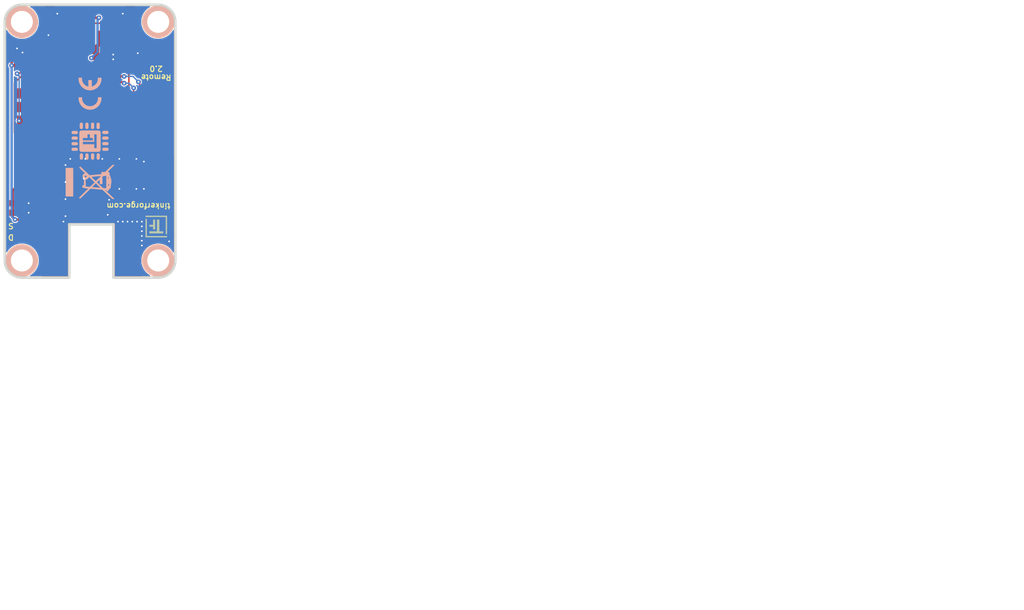
<source format=kicad_pcb>
(kicad_pcb (version 20221018) (generator pcbnew)
  (title_block (title "Remote Bricklet") (rev "2.0") (company "Tinkerforge GmbH") (comment 1 "Licensed under CERN OHL v.1.1") (comment 2 "Copyright (©) 2023, B.Nordmeyer <bastian@tinkerforge.com>"))
  (layers (0 "F.Cu" signal "Vorderseite") (31 "B.Cu" signal "Rückseite") (34 "B.Paste" user) (35 "F.Paste" user) (36 "B.SilkS" user "B.Silkscreen") (37 "F.SilkS" user "F.Silkscreen") (38 "B.Mask" user) (39 "F.Mask" user) (44 "Edge.Cuts" user))
  (net 0 "")
  (net 1 "GND")
  (net 2 "VCC")
  (net 3 "Net-(C1-Pad1)")
  (net 4 "Net-(D1-Pad2)")
  (net 5 "Net-(P1-Pad4)")
  (net 6 "Net-(P1-Pad5)")
  (net 7 "Net-(P1-Pad6)")
  (net 8 "Net-(P2-Pad2)")
  (net 9 "S-CS")
  (net 10 "S-CLK")
  (net 11 "S-MOSI")
  (net 12 "S-MISO")
  (net 13 "Net-(RP2-Pad1)")
  (net 14 "Net-(RP2-Pad2)")
  (net 15 "Net-(RP2-Pad3)")
  (net 16 "Net-(RP2-Pad4)")
  (net 17 "M-MISO")
  (net 18 "M-MOSI")
  (net 19 "M-CLK")
  (net 20 "M-CS")
  (net 21 "DIO1")
  (net 22 "DIO2")
  (net 23 "RESET")
  (net 24 "Net-(D2-Pad2)")
  (net 25 "Net-(RP3-Pad1)")
  (net 26 "Net-(RP3-Pad4)")
  (net 27 "Antenna")
  (net 28 "Net-(J1-Pad1)")
  (net 29 "Net-(P1-Pad1)")
  (net 30 "Net-(RP3-Pad2)")
  (net 31 "Net-(RP3-Pad3)")
  (net 32 "Net-(RP3-Pad6)")
  (net 33 "Net-(RP3-Pad7)")
  (net 34 "Net-(U1-Pad2)")
  (net 35 "Net-(U1-Pad3)")
  (net 36 "Net-(U1-Pad5)")
  (net 37 "Net-(U1-Pad6)")
  (net 38 "Net-(U1-Pad8)")
  (net 39 "Net-(U1-Pad14)")
  (net 40 "Net-(U1-Pad21)")
  (net 41 "Net-(U2-Pad10)")
  (net 42 "Net-(U2-Pad13)")
  (net 43 "Net-(U2-Pad14)")
  (net 44 "Net-(U2-Pad15)")
  (net 45 "Net-(U2-Pad1)")
  (footprint "kicad-libraries:DRILL_NP" (layer "F.Cu") (at 155.5 113.8 -90)
    (fp_text reference "U3" hide)
    (fp_text value "DRILL" hide)
    (pad "" np_thru_hole circle (at 0 0 270) (size 3.2 3.2) (drill 3.2) (layers "F&B.Cu" "*.Mask") (clearance 0.89))
  )
  (footprint "kicad-libraries:DRILL_NP" (layer "F.Cu") (at 135.5 78.8 -90)
    (fp_text reference "U4" hide)
    (fp_text value "DRILL" hide)
    (pad "" np_thru_hole circle (at 0 0 270) (size 3.2 3.2) (drill 3.2) (layers "F&B.Cu" "*.Mask") (clearance 0.89))
  )
  (footprint "kicad-libraries:DRILL_NP" (layer "F.Cu") (at 155.5 78.8 -90)
    (fp_text reference "U6" hide)
    (fp_text value "DRILL" hide)
    (pad "" np_thru_hole circle (at 0 0 270) (size 3.2 3.2) (drill 3.2) (layers "F&B.Cu" "*.Mask") (clearance 0.89))
  )
  (footprint "kicad-libraries:DRILL_NP" (layer "F.Cu") (at 135.5 113.8 -90)
    (fp_text reference "U5" hide)
    (fp_text value "DRILL" hide)
    (pad "" np_thru_hole circle (at 0 0 270) (size 3.2 3.2) (drill 3.2) (layers "F&B.Cu" "*.Mask") (clearance 0.89))
  )
  (footprint "Fiducial_Mark" (layer "F.Cu") (at 140.5 96.8 -90)
    (fp_text reference "Fiducial_Mark" hide)
    (fp_text value "VAL**" hide)
    (pad "1" smd circle (at 0 0 270) (size 1.00076 1.00076) (layers "F.Cu" "F.Mask") (clearance 0.65024))
  )
  (footprint "Fiducial_Mark" (layer "F.Cu") (at 155 83.3 -90)
    (fp_text reference "Fiducial_Mark" hide)
    (fp_text value "VAL**" hide)
    (pad "1" smd circle (at 0 0 270) (size 1.00076 1.00076) (layers "F.Cu" "F.Mask") (clearance 0.65024))
  )
  (footprint "Logo_31x31" (layer "F.Cu") (at 156.8 110.4 180)
    (fp_text reference "G***" hide)
    (fp_text value "Logo_31x31" hide)
  )
  (footprint "kicad-libraries:FT-004B" (layer "F.Cu") (at 145.7 116.3 180)
    (fp_text reference "ANT1")
    (fp_text value "ANT2")
    (pad "1" smd rect (at 0.01 10 180) (size 3 4) (layers "F.Cu" "F.Paste" "F.Mask") (net 27 "Antenna"))
    (pad "2" smd rect (at -5.27 3.99 180) (size 4 8) (layers "F.Cu" "F.Paste" "F.Mask") (net 1 "GND"))
    (pad "2" smd rect (at 5.25 3.99 180) (size 4 8) (layers "F.Cu" "F.Paste" "F.Mask") (net 1 "GND"))
  )
  (footprint "kicad-libraries:D0603F" (layer "F.Cu") (at 136.2 108.8)
    (fp_text reference "D1")
    (fp_text value "blue")
    (pad "1" smd rect (at -0.75 0) (size 0.9 0.9) (layers "F.Cu" "F.Paste" "F.Mask") (net 2 "VCC"))
    (pad "2" smd rect (at 0.75 0) (size 0.9 0.9) (layers "F.Cu" "F.Paste" "F.Mask") (net 4 "Net-(D1-Pad2)"))
  )
  (footprint "kicad-libraries:SolderJumper" (layer "F.Cu") (at 152.5 82.2 90)
    (fp_text reference "P2")
    (fp_text value "BOOT")
    (pad "1" smd rect (at -0.5 0 90) (size 0.4 1.4) (layers "F.Cu" "F.Mask") (net 1 "GND"))
    (pad "1" smd rect (at -0.225 -0.55 90) (size 0.95 0.3) (layers "F.Cu" "F.Mask") (net 1 "GND"))
    (pad "1" smd rect (at -0.225 0.55 90) (size 0.95 0.3) (layers "F.Cu" "F.Mask") (net 1 "GND"))
    (pad "2" smd rect (at 0.15 0 90) (size 0.6 0.5) (layers "F.Cu" "F.Mask") (net 8 "Net-(P2-Pad2)"))
    (pad "2" smd rect (at 0.55 0 90) (size 0.3 1.4) (layers "F.Cu" "F.Mask") (net 8 "Net-(P2-Pad2)"))
  )
  (footprint "kicad-libraries:QFN24-4x4mm-0.5mm" (layer "F.Cu") (at 138.5 85.1 -90)
    (fp_text reference "U1")
    (fp_text value "XMC1302-32")
    (pad "1" smd oval (at -2.025 -1.25 270) (size 1 0.3) (layers "F.Cu" "F.Paste" "F.Mask") (net 12 "S-MISO"))
    (pad "2" smd oval (at -2.025 -0.75 270) (size 1 0.3) (layers "F.Cu" "F.Paste" "F.Mask") (net 34 "Net-(U1-Pad2)"))
    (pad "3" smd oval (at -2.025 -0.25 270) (size 1 0.3) (layers "F.Cu" "F.Paste" "F.Mask") (net 35 "Net-(U1-Pad3)"))
    (pad "4" smd oval (at -2.025 0.25 270) (size 1 0.3) (layers "F.Cu" "F.Paste" "F.Mask") (net 8 "Net-(P2-Pad2)"))
    (pad "5" smd oval (at -2.025 0.75 270) (size 1 0.3) (layers "F.Cu" "F.Paste" "F.Mask") (net 36 "Net-(U1-Pad5)"))
    (pad "6" smd oval (at -2.025 1.25 270) (size 1 0.3) (layers "F.Cu" "F.Paste" "F.Mask") (net 37 "Net-(U1-Pad6)"))
    (pad "7" smd oval (at -1.25 2.025) (size 1 0.3) (layers "F.Cu" "F.Paste" "F.Mask") (net 28 "Net-(J1-Pad1)"))
    (pad "8" smd oval (at -0.75 2.025) (size 1 0.3) (layers "F.Cu" "F.Paste" "F.Mask") (net 38 "Net-(U1-Pad8)"))
    (pad "9" smd oval (at -0.25 2.025) (size 1 0.3) (layers "F.Cu" "F.Paste" "F.Mask") (net 1 "GND"))
    (pad "10" smd oval (at 0.25 2.025) (size 1 0.3) (layers "F.Cu" "F.Paste" "F.Mask") (net 2 "VCC"))
    (pad "11" smd oval (at 0.75 2.025) (size 1 0.3) (layers "F.Cu" "F.Paste" "F.Mask") (net 21 "DIO1"))
    (pad "12" smd oval (at 1.25 2.025) (size 1 0.3) (layers "F.Cu" "F.Paste" "F.Mask") (net 22 "DIO2"))
    (pad "13" smd oval (at 2.025 1.25 270) (size 1 0.3) (layers "F.Cu" "F.Paste" "F.Mask") (net 23 "RESET"))
    (pad "14" smd oval (at 2.025 0.75 270) (size 1 0.3) (layers "F.Cu" "F.Paste" "F.Mask") (net 39 "Net-(U1-Pad14)"))
    (pad "15" smd oval (at 2.025 0.25 270) (size 1 0.3) (layers "F.Cu" "F.Paste" "F.Mask") (net 25 "Net-(RP3-Pad1)"))
    (pad "16" smd oval (at 2.025 -0.25 270) (size 1 0.3) (layers "F.Cu" "F.Paste" "F.Mask") (net 26 "Net-(RP3-Pad4)"))
    (pad "17" smd oval (at 2.025 -0.75 270) (size 1 0.3) (layers "F.Cu" "F.Paste" "F.Mask") (net 17 "M-MISO"))
    (pad "18" smd oval (at 2.025 -1.25 270) (size 1 0.3) (layers "F.Cu" "F.Paste" "F.Mask") (net 18 "M-MOSI"))
    (pad "19" smd oval (at 1.25 -2.025) (size 1 0.3) (layers "F.Cu" "F.Paste" "F.Mask") (net 19 "M-CLK"))
    (pad "20" smd oval (at 0.75 -2.025) (size 1 0.3) (layers "F.Cu" "F.Paste" "F.Mask") (net 20 "M-CS"))
    (pad "21" smd oval (at 0.25 -2.025) (size 1 0.3) (layers "F.Cu" "F.Paste" "F.Mask") (net 40 "Net-(U1-Pad21)"))
    (pad "22" smd oval (at -0.25 -2.025) (size 1 0.3) (layers "F.Cu" "F.Paste" "F.Mask") (net 9 "S-CS"))
    (pad "23" smd oval (at -0.75 -2.025) (size 1 0.3) (layers "F.Cu" "F.Paste" "F.Mask") (net 10 "S-CLK"))
    (pad "24" smd oval (at -1.25 -2.025) (size 1 0.3) (layers "F.Cu" "F.Paste" "F.Mask") (net 11 "S-MOSI"))
    (pad "EXP" smd rect (at -0.65 -0.65 270) (size 1.3 1.3) (layers "F.Cu" "F.Paste" "F.Mask") (net 1 "GND"))
    (pad "EXP" smd rect (at -0.65 0.65 270) (size 1.3 1.3) (layers "F.Cu" "F.Paste" "F.Mask") (net 1 "GND"))
    (pad "EXP" smd rect (at 0.65 -0.65 270) (size 1.3 1.3) (layers "F.Cu" "F.Paste" "F.Mask") (net 1 "GND"))
    (pad "EXP" smd rect (at 0.65 0.65 270) (size 1.3 1.3) (layers "F.Cu" "F.Paste" "F.Mask") (net 1 "GND"))
  )
  (footprint "kicad-libraries:D0603F" (layer "F.Cu") (at 136.2 110.4)
    (fp_text reference "D2")
    (fp_text value "green")
    (pad "1" smd rect (at -0.75 0) (size 0.9 0.9) (layers "F.Cu" "F.Paste" "F.Mask") (net 2 "VCC"))
    (pad "2" smd rect (at 0.75 0) (size 0.9 0.9) (layers "F.Cu" "F.Paste" "F.Mask") (net 24 "Net-(D2-Pad2)"))
  )
  (footprint "kicad-libraries:RFM69HW" (layer "F.Cu") (at 145.9 96.3)
    (fp_text reference "U2")
    (fp_text value "RFM69HW")
    (pad "1" smd rect (at 9.5 -7 180) (size 3.2 1.5) (layers "F.Cu" "F.Paste" "F.Mask") (net 45 "Net-(U2-Pad1)"))
    (pad "2" smd rect (at 9.5 -5 180) (size 3.2 1.5) (layers "F.Cu" "F.Paste" "F.Mask") (net 13 "Net-(RP2-Pad1)"))
    (pad "3" smd rect (at 9.5 -3 180) (size 3.2 1.5) (layers "F.Cu" "F.Paste" "F.Mask") (net 15 "Net-(RP2-Pad3)"))
    (pad "4" smd rect (at 9.5 -1 180) (size 3.2 1.5) (layers "F.Cu" "F.Paste" "F.Mask") (net 16 "Net-(RP2-Pad4)"))
    (pad "5" smd rect (at 9.5 1 180) (size 3.2 1.5) (layers "F.Cu" "F.Paste" "F.Mask") (net 14 "Net-(RP2-Pad2)"))
    (pad "6" smd rect (at 9.5 3 180) (size 3.2 1.5) (layers "F.Cu" "F.Paste" "F.Mask") (net 1 "GND"))
    (pad "7" smd rect (at 9.5 5 180) (size 3.2 1.5) (layers "F.Cu" "F.Paste" "F.Mask") (net 27 "Antenna"))
    (pad "8" smd rect (at 9.5 7 180) (size 3.2 1.5) (layers "F.Cu" "F.Paste" "F.Mask") (net 1 "GND"))
    (pad "9" smd rect (at -9.5 -7) (size 3.2 1.5) (layers "F.Cu" "F.Paste" "F.Mask") (net 23 "RESET"))
    (pad "10" smd rect (at -9.5 -5) (size 3.2 1.5) (layers "F.Cu" "F.Paste" "F.Mask") (net 41 "Net-(U2-Pad10)"))
    (pad "11" smd rect (at -9.5 -3) (size 3.2 1.5) (layers "F.Cu" "F.Paste" "F.Mask") (net 21 "DIO1"))
    (pad "12" smd rect (at -9.5 -1) (size 3.2 1.5) (layers "F.Cu" "F.Paste" "F.Mask") (net 22 "DIO2"))
    (pad "13" smd rect (at -9.5 1) (size 3.2 1.5) (layers "F.Cu" "F.Paste" "F.Mask") (net 42 "Net-(U2-Pad13)"))
    (pad "14" smd rect (at -9.5 3) (size 3.2 1.5) (layers "F.Cu" "F.Paste" "F.Mask") (net 43 "Net-(U2-Pad14)"))
    (pad "15" smd rect (at -9.5 5) (size 3.2 1.5) (layers "F.Cu" "F.Paste" "F.Mask") (net 44 "Net-(U2-Pad15)"))
    (pad "16" smd rect (at -9.5 7) (size 3.2 1.5) (layers "F.Cu" "F.Paste" "F.Mask") (net 2 "VCC"))
  )
  (footprint "kicad-libraries:DEBUG_PAD" (layer "F.Cu") (at 136 82.4 -90)
    (fp_text reference "J1")
    (fp_text value "Debug")
    (pad "1" smd circle (at 0 0 270) (size 0.7 0.7) (layers "F.Cu" "F.Paste" "F.Mask") (net 28 "Net-(J1-Pad1)"))
  )
  (footprint "kicad-libraries:C0402F" (layer "F.Cu") (at 139.9 81.6 180)
    (fp_text reference "C1")
    (fp_text value "220pF")
    (pad "1" smd rect (at -0.5 0 180) (size 0.6 0.7) (layers "F.Cu" "F.Paste" "F.Mask") (net 3 "Net-(C1-Pad1)"))
    (pad "2" smd rect (at 0.5 0 180) (size 0.6 0.7) (layers "F.Cu" "F.Paste" "F.Mask") (net 1 "GND"))
  )
  (footprint "kicad-libraries:C0805" (layer "F.Cu") (at 147.3 82.9)
    (fp_text reference "C2")
    (fp_text value "10uF")
    (pad "1" smd rect (at -1.00076 0) (size 1.00076 1.24968) (layers "F.Cu" "F.Paste" "F.Mask") (net 2 "VCC") (clearance 0.14986))
    (pad "2" smd rect (at 1.00076 0) (size 1.00076 1.24968) (layers "F.Cu" "F.Paste" "F.Mask") (net 1 "GND") (clearance 0.14986))
  )
  (footprint "kicad-libraries:C0603F" (layer "F.Cu") (at 147.3 84.1)
    (fp_text reference "C3")
    (fp_text value "1uF")
    (pad "1" smd rect (at -0.75 0) (size 0.9 0.9) (layers "F.Cu" "F.Paste" "F.Mask") (net 2 "VCC"))
    (pad "2" smd rect (at 0.75 0) (size 0.9 0.9) (layers "F.Cu" "F.Paste" "F.Mask") (net 1 "GND"))
  )
  (footprint "kicad-libraries:C0603F" (layer "F.Cu") (at 134.8 84.4 90)
    (fp_text reference "C4")
    (fp_text value "100nF")
    (pad "1" smd rect (at -0.75 0 90) (size 0.9 0.9) (layers "F.Cu" "F.Paste" "F.Mask") (net 2 "VCC"))
    (pad "2" smd rect (at 0.75 0 90) (size 0.9 0.9) (layers "F.Cu" "F.Paste" "F.Mask") (net 1 "GND"))
  )
  (footprint "kicad-libraries:C0603F" (layer "F.Cu") (at 134.9 106.8 180)
    (fp_text reference "C5")
    (fp_text value "1µF")
    (pad "1" smd rect (at -0.75 0 180) (size 0.9 0.9) (layers "F.Cu" "F.Paste" "F.Mask") (net 1 "GND"))
    (pad "2" smd rect (at 0.75 0 180) (size 0.9 0.9) (layers "F.Cu" "F.Paste" "F.Mask") (net 2 "VCC"))
  )
  (footprint "kicad-libraries:C0603F" (layer "F.Cu") (at 134.9 105.4 180)
    (fp_text reference "C6")
    (fp_text value "100nF")
    (pad "1" smd rect (at -0.75 0 180) (size 0.9 0.9) (layers "F.Cu" "F.Paste" "F.Mask") (net 1 "GND"))
    (pad "2" smd rect (at 0.75 0 180) (size 0.9 0.9) (layers "F.Cu" "F.Paste" "F.Mask") (net 2 "VCC"))
  )
  (footprint "kicad-libraries:CON-SENSOR2" (layer "F.Cu") (at 145.5 76.4 180)
    (fp_text reference "P1")
    (fp_text value "CON-SENSOR2")
    (pad "1" smd rect (at -3.75 -4.6 180) (size 0.6 1.8) (layers "F.Cu" "F.Paste" "F.Mask") (net 29 "Net-(P1-Pad1)"))
    (pad "2" smd rect (at -2.5 -4.6 180) (size 0.6 1.8) (layers "F.Cu" "F.Paste" "F.Mask") (net 1 "GND"))
    (pad "3" smd rect (at -1.25 -4.6 180) (size 0.6 1.8) (layers "F.Cu" "F.Paste" "F.Mask") (net 2 "VCC"))
    (pad "4" smd rect (at 0 -4.6 180) (size 0.6 1.8) (layers "F.Cu" "F.Paste" "F.Mask") (net 5 "Net-(P1-Pad4)"))
    (pad "5" smd rect (at 1.25 -4.6 180) (size 0.6 1.8) (layers "F.Cu" "F.Paste" "F.Mask") (net 6 "Net-(P1-Pad5)"))
    (pad "6" smd rect (at 2.5 -4.6 180) (size 0.6 1.8) (layers "F.Cu" "F.Paste" "F.Mask") (net 7 "Net-(P1-Pad6)"))
    (pad "7" smd rect (at 3.75 -4.6 180) (size 0.6 1.8) (layers "F.Cu" "F.Paste" "F.Mask") (net 3 "Net-(C1-Pad1)"))
    (pad "EP" smd rect (at -5.9 -1.2 180) (size 1.4 2.4) (layers "F.Cu" "F.Paste" "F.Mask") (net 1 "GND"))
    (pad "EP" smd rect (at 5.9 -1.2 180) (size 1.4 2.4) (layers "F.Cu" "F.Paste" "F.Mask") (net 1 "GND"))
  )
  (footprint "kicad-libraries:4X0402" (layer "F.Cu") (at 143.6 83.7 180)
    (fp_text reference "RP1")
    (fp_text value "82")
    (pad "1" smd rect (at -0.7493 0.575) (size 0.29972 0.65) (layers "F.Cu" "F.Paste" "F.Mask") (net 5 "Net-(P1-Pad4)"))
    (pad "2" smd rect (at -0.24892 0.575) (size 0.29972 0.65) (layers "F.Cu" "F.Paste" "F.Mask") (net 6 "Net-(P1-Pad5)"))
    (pad "3" smd rect (at 0.24892 0.575) (size 0.29972 0.65) (layers "F.Cu" "F.Paste" "F.Mask") (net 7 "Net-(P1-Pad6)"))
    (pad "4" smd rect (at 0.7493 0.575) (size 0.29972 0.65) (layers "F.Cu" "F.Paste" "F.Mask") (net 3 "Net-(C1-Pad1)"))
    (pad "5" smd rect (at 0.7493 -0.575 180) (size 0.29972 0.65) (layers "F.Cu" "F.Paste" "F.Mask") (net 12 "S-MISO"))
    (pad "6" smd rect (at 0.24892 -0.575 180) (size 0.29972 0.65) (layers "F.Cu" "F.Paste" "F.Mask") (net 11 "S-MOSI"))
    (pad "7" smd rect (at -0.24892 -0.575 180) (size 0.29972 0.65) (layers "F.Cu" "F.Paste" "F.Mask") (net 10 "S-CLK"))
    (pad "8" smd rect (at -0.7493 -0.575 180) (size 0.29972 0.65) (layers "F.Cu" "F.Paste" "F.Mask") (net 9 "S-CS"))
  )
  (footprint "kicad-libraries:4X0603" (layer "F.Cu") (at 148.8 86.4 -90)
    (fp_text reference "RP2")
    (fp_text value "220")
    (pad "1" smd rect (at -1.19888 -0.8509 270) (size 0.44958 0.89916) (layers "F.Cu" "F.Paste" "F.Mask") (net 13 "Net-(RP2-Pad1)"))
    (pad "2" smd rect (at -0.39878 -0.8509 270) (size 0.44958 0.89916) (layers "F.Cu" "F.Paste" "F.Mask") (net 14 "Net-(RP2-Pad2)"))
    (pad "3" smd rect (at 0.39878 -0.8509 270) (size 0.44958 0.89916) (layers "F.Cu" "F.Paste" "F.Mask") (net 15 "Net-(RP2-Pad3)"))
    (pad "4" smd rect (at 1.19888 -0.8509 270) (size 0.44958 0.89916) (layers "F.Cu" "F.Paste" "F.Mask") (net 16 "Net-(RP2-Pad4)"))
    (pad "5" smd rect (at 1.19888 0.8509 270) (size 0.44958 0.89916) (layers "F.Cu" "F.Paste" "F.Mask") (net 17 "M-MISO"))
    (pad "6" smd rect (at 0.39878 0.8509 270) (size 0.44958 0.89916) (layers "F.Cu" "F.Paste" "F.Mask") (net 18 "M-MOSI"))
    (pad "7" smd rect (at -0.39878 0.8509 270) (size 0.44958 0.89916) (layers "F.Cu" "F.Paste" "F.Mask") (net 19 "M-CLK"))
    (pad "8" smd rect (at -1.19888 0.8509 270) (size 0.44958 0.89916) (layers "F.Cu" "F.Paste" "F.Mask") (net 20 "M-CS"))
  )
  (footprint "kicad-libraries:4X0603" (layer "F.Cu") (at 139.5 106)
    (fp_text reference "RP3")
    (fp_text value "1k")
    (pad "1" smd rect (at -1.19888 -0.8509) (size 0.44958 0.89916) (layers "F.Cu" "F.Paste" "F.Mask") (net 25 "Net-(RP3-Pad1)"))
    (pad "2" smd rect (at -0.39878 -0.8509) (size 0.44958 0.89916) (layers "F.Cu" "F.Paste" "F.Mask") (net 30 "Net-(RP3-Pad2)"))
    (pad "3" smd rect (at 0.39878 -0.8509) (size 0.44958 0.89916) (layers "F.Cu" "F.Paste" "F.Mask") (net 31 "Net-(RP3-Pad3)"))
    (pad "4" smd rect (at 1.19888 -0.8509) (size 0.44958 0.89916) (layers "F.Cu" "F.Paste" "F.Mask") (net 26 "Net-(RP3-Pad4)"))
    (pad "5" smd rect (at 1.19888 0.8509) (size 0.44958 0.89916) (layers "F.Cu" "F.Paste" "F.Mask") (net 24 "Net-(D2-Pad2)"))
    (pad "6" smd rect (at 0.39878 0.8509) (size 0.44958 0.89916) (layers "F.Cu" "F.Paste" "F.Mask") (net 32 "Net-(RP3-Pad6)"))
    (pad "7" smd rect (at -0.39878 0.8509) (size 0.44958 0.89916) (layers "F.Cu" "F.Paste" "F.Mask") (net 33 "Net-(RP3-Pad7)"))
    (pad "8" smd rect (at -1.19888 0.8509) (size 0.44958 0.89916) (layers "F.Cu" "F.Paste" "F.Mask") (net 4 "Net-(D1-Pad2)"))
  )
  (footprint "kicad-libraries:CE_5mm" (layer "B.Cu") (at 145.5 89.3 90)
    (fp_text reference "VAL" hide)
    (fp_text value "CE_5mm" hide)
  )
  (footprint "kicad-libraries:WEEE_7mm" (layer "B.Cu") (at 145.5 102.3 90)
    (fp_text reference "VAL" hide)
    (fp_text value "WEEE_7mm" hide)
  )
  (footprint "kicad-libraries:Logo_CoMCU" (layer "B.Cu") (at 145.5 96.3 90)
    (fp_text reference "G***" hide)
    (fp_text value "LOGO" hide)
  )
  (gr_line (start 158 78.8) (end 158 113.8) (stroke (width 0.381)) (layer "Edge.Cuts"))
  (gr_arc (start 133 78.8) (mid 133.732233 77.032233) (end 135.5 76.3) (stroke (width 0.381)) (layer "Edge.Cuts"))
  (gr_line (start 155.5 116.3) (end 148.95 116.3) (stroke (width 0.381)) (layer "Edge.Cuts"))
  (gr_line (start 148.95 116.3) (end 148.95 108.5) (stroke (width 0.381)) (layer "Edge.Cuts"))
  (gr_arc (start 158 113.8) (mid 157.267767 115.567767) (end 155.5 116.3) (stroke (width 0.381)) (layer "Edge.Cuts"))
  (gr_arc (start 135.5 116.3) (mid 133.732233 115.567767) (end 133 113.8) (stroke (width 0.381)) (layer "Edge.Cuts"))
  (gr_line (start 142.45 116.3) (end 135.5 116.3) (stroke (width 0.381)) (layer "Edge.Cuts"))
  (gr_line (start 148.95 108.5) (end 142.45 108.5) (stroke (width 0.381)) (layer "Edge.Cuts"))
  (gr_arc (start 155.5 76.3) (mid 157.267767 77.032233) (end 158 78.8) (stroke (width 0.381)) (layer "Edge.Cuts"))
  (gr_line (start 142.45 108.5) (end 142.45 116.3) (stroke (width 0.381)) (layer "Edge.Cuts"))
  (gr_line (start 155.5 76.3) (end 135.5 76.3) (stroke (width 0.381)) (layer "Edge.Cuts"))
  (gr_line (start 133 78.8) (end 133 113.8) (stroke (width 0.381)) (layer "Edge.Cuts"))
  (gr_text "tinkerforge.com" (at 152.6 105.8 180) (layer "F.SilkS") (effects (font (size 0.8 0.8))))
  (gr_text "S" (at 133.9 108.8) (layer "F.SilkS") (effects (font (size 0.8 0.8))))
  (gr_text "Remote\n2.0" (at 155.2 86.3 180) (layer "F.SilkS") (effects (font (size 0.8 0.8))))
  (gr_text "D" (at 133.9 110.4 180) (layer "F.SilkS") (effects (font (size 0.8 0.8))))
  (segment (start 148.05 81.05) (end 148 81) (width 0.35) (layer "F.Cu") (net 1))
  (segment (start 148.7 84.1) (end 148.9 84.3) (width 0.59944) (layer "F.Cu") (net 1))
  (segment (start 148.4 84.1) (end 148.9 83.6) (width 0.59944) (layer "F.Cu") (net 1))
  (segment (start 135.75 84.85) (end 135.6 84.7) (width 0.2) (layer "F.Cu") (net 1))
  (segment (start 135.6 84.7) (end 135.6 84.4) (width 0.2) (layer "F.Cu") (net 1))
  (segment (start 135.6 84.4) (end 135.05 83.85) (width 0.2) (layer "F.Cu") (net 1))
  (segment (start 135.05 83.85) (end 134.7 83.85) (width 0.2) (layer "F.Cu") (net 1))
  (segment (start 135.25 83.65) (end 135.6 83.3) (width 0.35) (layer "F.Cu") (net 1))
  (segment (start 137.45 84.85) (end 137.85 84.45) (width 0.25) (layer "F.Cu") (net 1))
  (segment (start 141.6 108.1) (end 140.7 109) (width 0.8001) (layer "F.Cu") (net 1))
  (segment (start 141.7 108.1) (end 141.9 107.9) (width 0.8001) (layer "F.Cu") (net 1))
  (segment (start 141.9 107.9) (end 141.9 107.3) (width 0.8001) (layer "F.Cu") (net 1))
  (segment (start 141.9 104.8) (end 141.9 102.3) (width 0.8001) (layer "F.Cu") (net 1))
  (segment (start 152.7 99.3) (end 152.3 98.9) (width 0.8001) (layer "F.Cu") (net 1))
  (segment (start 149.8 98.9) (end 147.3 98.9) (width 0.8001) (layer "F.Cu") (net 1))
  (segment (start 144.8 98.9) (end 142.6 98.9) (width 0.8001) (layer "F.Cu") (net 1))
  (segment (start 149.8 103.3) (end 148.3 104.8) (width 0.8001) (layer "F.Cu") (net 1))
  (segment (start 148.3 104.8) (end 148.3 104.9) (width 0.8001) (layer "F.Cu") (net 1))
  (segment (start 157 110.9) (end 157.1 111) (width 0.8001) (layer "F.Cu") (net 1))
  (segment (start 153.05 82.55) (end 152.9 82.7) (width 0.2) (layer "F.Cu") (net 1))
  (segment (start 152.9 82.7) (end 152.5 82.7) (width 0.2) (layer "F.Cu") (net 1))
  (segment (start 151.95 82.55) (end 152.1 82.7) (width 0.2) (layer "F.Cu") (net 1))
  (segment (start 152.1 82.7) (end 152.5 82.7) (width 0.2) (layer "F.Cu") (net 1))
  (segment (start 134.8 83.65) (end 135.25 83.65) (width 0.35) (layer "F.Cu") (net 1))
  (segment (start 151.4 77.6) (end 150.3 77.6) (width 0.59944) (layer "F.Cu") (net 1))
  (segment (start 136.475 84.85) (end 137.45 84.85) (width 0.25) (layer "F.Cu") (net 1))
  (segment (start 135.65 106.8) (end 136.5 106.8) (width 0.35) (layer "F.Cu") (net 1))
  (segment (start 151.7 108.1) (end 152.4 108.1) (width 0.8001) (layer "F.Cu") (net 1))
  (segment (start 153.1 108.1) (end 153.1 108.8) (width 0.8001) (layer "F.Cu") (net 1))
  (segment (start 153.1 110.9) (end 157 110.9) (width 0.8001) (layer "F.Cu") (net 1))
  (segment (start 153.4 103.3) (end 152.3 103.3) (width 0.8001) (layer "F.Cu") (net 1))
  (segment (start 153.1 109.5) (end 153.1 110.2) (width 0.8001) (layer "F.Cu") (net 1))
  (segment (start 151 108.1) (end 151.7 108.1) (width 0.8001) (layer "F.Cu") (net 1))
  (segment (start 153.4 99.3) (end 152.7 99.3) (width 0.8001) (layer "F.Cu") (net 1))
  (segment (start 148.05 84.1) (end 148.05 82.9) (width 0.59944) (layer "F.Cu") (net 1))
  (segment (start 136.475 84.85) (end 135.75 84.85) (width 0.2) (layer "F.Cu") (net 1))
  (segment (start 148.05 84.1) (end 148.7 84.1) (width 0.59944) (layer "F.Cu") (net 1))
  (segment (start 152.5 82.7) (end 152.5 83.4) (width 0.2) (layer "F.Cu") (net 1))
  (segment (start 135.65 105.4) (end 136.5 105.4) (width 0.35) (layer "F.Cu") (net 1))
  (segment (start 139.15 84.45) (end 139.15 85.75) (width 0.25) (layer "F.Cu") (net 1))
  (segment (start 134.8 83.65) (end 134.8 82.7) (width 0.35) (layer "F.Cu") (net 1))
  (segment (start 139.4 81.6) (end 139.4 80.75) (width 0.35) (layer "F.Cu") (net 1))
  (segment (start 148.05 82.9) (end 148.05 81.05) (width 0.59944) (layer "F.Cu") (net 1))
  (segment (start 153.05 82.425) (end 153.05 82.55) (width 0.2) (layer "F.Cu") (net 1))
  (segment (start 141.6 108.1) (end 141.7 108.1) (width 0.8001) (layer "F.Cu") (net 1))
  (segment (start 153.1 108.8) (end 153.1 109.5) (width 0.8001) (layer "F.Cu") (net 1))
  (segment (start 148.05 84.1) (end 148.4 84.1) (width 0.35) (layer "F.Cu") (net 1))
  (segment (start 155.4 99.3) (end 153.4 99.3) (width 0.8001) (layer "F.Cu") (net 1))
  (segment (start 149.6 108.1) (end 150.3 108.1) (width 0.8001) (layer "F.Cu") (net 1))
  (segment (start 150.3 108.1) (end 151 108.1) (width 0.8001) (layer "F.Cu") (net 1))
  (segment (start 152.4 108.1) (end 153.1 108.1) (width 0.8001) (layer "F.Cu") (net 1))
  (segment (start 140.7 112.3) (end 140.7 109) (width 0.8001) (layer "F.Cu") (net 1))
  (segment (start 153.1 110.2) (end 153.1 110.9) (width 0.8001) (layer "F.Cu") (net 1))
  (segment (start 155.4 103.3) (end 153.4 103.3) (width 0.8001) (layer "F.Cu") (net 1))
  (segment (start 151.95 82.425) (end 151.95 82.55) (width 0.2) (layer "F.Cu") (net 1))
  (segment (start 137.85 84.45) (end 139.15 84.45) (width 0.25) (layer "F.Cu") (net 1))
  (segment (start 139.15 85.75) (end 137.85 85.75) (width 0.25) (layer "F.Cu") (net 1))
  (segment (start 139.6 77.6) (end 140.7 77.6) (width 0.59944) (layer "F.Cu") (net 1))
  (segment (start 153.1 110.9) (end 153.1 111.6) (width 0.8001) (layer "F.Cu") (net 1))
  (via (at 141.9 99.8) (size 0.70104) (drill 0.24892) (layers "F.Cu" "B.Cu") (net 1))
  (via (at 153.1 109.5) (size 0.70104) (drill 0.24892) (layers "F.Cu" "B.Cu") (net 1))
  (via (at 148.3 104.9) (size 0.70104) (drill 0.24892) (layers "F.Cu" "B.Cu") (net 1))
  (via (at 148.1 107.1) (size 0.70104) (drill 0.24892) (layers "F.Cu" "B.Cu") (net 1))
  (via (at 152.3 98.9) (size 0.70104) (drill 0.24892) (layers "F.Cu" "B.Cu") (net 1))
  (via (at 136.5 105.4) (size 0.70104) (drill 0.24892) (layers "F.Cu" "B.Cu") (net 1))
  (via (at 149.8 103.3) (size 0.70104) (drill 0.24892) (layers "F.Cu" "B.Cu") (net 1))
  (via (at 152.4 108.1) (size 0.70104) (drill 0.24892) (layers "F.Cu" "B.Cu") (net 1))
  (via (at 141.6 108.1) (size 0.70104) (drill 0.24892) (layers "F.Cu" "B.Cu") (net 1))
  (via (at 139.4 80.75) (size 0.70104) (drill 0.24892) (layers "F.Cu" "B.Cu") (net 1))
  (via (at 142.6 98.9) (size 0.70104) (drill 0.24892) (layers "F.Cu" "B.Cu") (net 1))
  (via (at 140.7 77.6) (size 0.70104) (drill 0.24892) (layers "F.Cu" "B.Cu") (net 1))
  (via (at 144.8 98.9) (size 0.70104) (drill 0.24892) (layers "F.Cu" "B.Cu") (net 1))
  (via (at 152.5 83.4) (size 0.70104) (drill 0.24892) (layers "F.Cu" "B.Cu") (net 1))
  (via (at 136.5 106.8) (size 0.70104) (drill 0.24892) (layers "F.Cu" "B.Cu") (net 1))
  (via (at 141.9 104.8) (size 0.70104) (drill 0.24892) (layers "F.Cu" "B.Cu") (net 1))
  (via (at 157.1 111) (size 0.70104) (drill 0.24892) (layers "F.Cu" "B.Cu") (net 1))
  (via (at 153.1 108.1) (size 0.70104) (drill 0.24892) (layers "F.Cu" "B.Cu") (net 1))
  (via (at 149.6 108.1) (size 0.70104) (drill 0.24892) (layers "F.Cu" "B.Cu") (net 1))
  (via (at 148.9 84.3) (size 0.70104) (drill 0.24892) (layers "F.Cu" "B.Cu") (net 1))
  (via (at 153.4 99.3) (size 0.70104) (drill 0.24892) (layers "F.Cu" "B.Cu") (net 1))
  (via (at 152.3 103.3) (size 0.70104) (drill 0.24892) (layers "F.Cu" "B.Cu") (net 1))
  (via (at 151.7 108.1) (size 0.70104) (drill 0.24892) (layers "F.Cu" "B.Cu") (net 1))
  (via (at 141.9 102.3) (size 0.70104) (drill 0.24892) (layers "F.Cu" "B.Cu") (net 1))
  (via (at 150.3 77.6) (size 0.70104) (drill 0.24892) (layers "F.Cu" "B.Cu") (net 1))
  (via (at 148.9 83.6) (size 0.70104) (drill 0.24892) (layers "F.Cu" "B.Cu") (net 1))
  (via (at 141.9 107.3) (size 0.70104) (drill 0.24892) (layers "F.Cu" "B.Cu") (net 1))
  (via (at 147.3 98.9) (size 0.70104) (drill 0.24892) (layers "F.Cu" "B.Cu") (net 1))
  (via (at 153.1 108.8) (size 0.70104) (drill 0.24892) (layers "F.Cu" "B.Cu") (net 1))
  (via (at 135.6 83.3) (size 0.70104) (drill 0.24892) (layers "F.Cu" "B.Cu") (net 1))
  (via (at 153.1 110.2) (size 0.70104) (drill 0.24892) (layers "F.Cu" "B.Cu") (net 1))
  (via (at 153.1 110.9) (size 0.70104) (drill 0.24892) (layers "F.Cu" "B.Cu") (net 1))
  (via (at 153.1 111.6) (size 0.70104) (drill 0.24892) (layers "F.Cu" "B.Cu") (net 1))
  (via (at 149.8 98.9) (size 0.70104) (drill 0.24892) (layers "F.Cu" "B.Cu") (net 1))
  (via (at 150.3 108.1) (size 0.70104) (drill 0.24892) (layers "F.Cu" "B.Cu") (net 1))
  (via (at 153.4 103.3) (size 0.70104) (drill 0.24892) (layers "F.Cu" "B.Cu") (net 1))
  (via (at 151 108.1) (size 0.70104) (drill 0.24892) (layers "F.Cu" "B.Cu") (net 1))
  (via (at 144.6 101.8) (size 0.70104) (drill 0.24892) (layers "F.Cu" "B.Cu") (net 1))
  (via (at 134.8 82.7) (size 0.70104) (drill 0.24892) (layers "F.Cu" "B.Cu") (net 1))
  (segment (start 141.9 107.3) (end 141.9 104.8) (width 0.8001) (layer "B.Cu") (net 1))
  (segment (start 141.9 102.3) (end 141.9 99.8) (width 0.8001) (layer "B.Cu") (net 1))
  (segment (start 152.3 98.9) (end 149.8 98.9) (width 0.8001) (layer "B.Cu") (net 1))
  (segment (start 147.3 98.9) (end 144.8 98.9) (width 0.8001) (layer "B.Cu") (net 1))
  (segment (start 152.3 103.3) (end 149.8 103.3) (width 0.8001) (layer "B.Cu") (net 1))
  (segment (start 148.3 104.9) (end 148.1 105.1) (width 0.8001) (layer "B.Cu") (net 1))
  (segment (start 148.1 105.1) (end 148.1 107.1) (width 0.8001) (layer "B.Cu") (net 1))
  (segment (start 142.6 99.8) (end 144.6 101.8) (width 0.8001) (layer "B.Cu") (net 1))
  (segment (start 141.9 99.8) (end 142.6 99.8) (width 0.8001) (layer "B.Cu") (net 1))
  (segment (start 146.75 82.15) (end 146.55 82.35) (width 0.59944) (layer "F.Cu") (net 2))
  (segment (start 146.55 82.35) (end 146.55 82.9) (width 0.59944) (layer "F.Cu") (net 2))
  (segment (start 134.15 103.55) (end 134.4 103.3) (width 0.35) (layer "F.Cu") (net 2))
  (segment (start 134.4 103.3) (end 136.4 103.3) (width 0.35) (layer "F.Cu") (net 2))
  (segment (start 134.15 107.45) (end 134.5 107.8) (width 0.35) (layer "F.Cu") (net 2))
  (segment (start 135.45 108.05) (end 135.2 107.8) (width 0.35) (layer "F.Cu") (net 2))
  (segment (start 135.2 107.8) (end 134.5 107.8) (width 0.35) (layer "F.Cu") (net 2))
  (segment (start 134 82.2) (end 134.6 81.6) (width 0.35) (layer "F.Cu") (net 2))
  (segment (start 134.6 81.6) (end 136.7 81.6) (width 0.35) (layer "F.Cu") (net 2))
  (segment (start 136.7 81.6) (end 138.9 79.4) (width 0.35) (layer "F.Cu") (net 2))
  (segment (start 138.9 79.4) (end 140.6 79.4) (width 0.35) (layer "F.Cu") (net 2))
  (segment (start 140.6 79.4) (end 141.8 78.2) (width 0.35) (layer "F.Cu") (net 2))
  (segment (start 141.8 78.2) (end 146.8 78.2) (width 0.35) (layer "F.Cu") (net 2))
  (segment (start 145.7 84.1) (end 146.55 84.1) (width 0.59944) (layer "F.Cu") (net 2))
  (segment (start 135.35 85.35) (end 134.7 85.35) (width 0.2) (layer "F.Cu") (net 2))
  (segment (start 134.05 85.15) (end 134 85.2) (width 0.35) (layer "F.Cu") (net 2))
  (segment (start 146.75 81) (end 146.75 82.15) (width 0.59944) (layer "F.Cu") (net 2))
  (segment (start 136.475 85.35) (end 135.35 85.35) (width 0.2) (layer "F.Cu") (net 2))
  (segment (start 134.15 107.45) (end 134.15 106.8) (width 0.35) (layer "F.Cu") (net 2))
  (segment (start 146.55 82.9) (end 146.55 84.1) (width 0.59944) (layer "F.Cu") (net 2))
  (segment (start 134.15 105.4) (end 134.15 103.55) (width 0.35) (layer "F.Cu") (net 2))
  (segment (start 135.45 110.4) (end 135.45 108.8) (width 0.35) (layer "F.Cu") (net 2))
  (segment (start 134 85.2) (end 134 82.2) (width 0.35) (layer "F.Cu") (net 2))
  (segment (start 134.15 106.8) (end 134.15 105.4) (width 0.35) (layer "F.Cu") (net 2))
  (segment (start 134.8 85.15) (end 134.05 85.15) (width 0.35) (layer "F.Cu") (net 2))
  (segment (start 135.45 108.8) (end 135.45 108.05) (width 0.35) (layer "F.Cu") (net 2))
  (via (at 145.7 84.1) (size 0.70104) (drill 0.24892) (layers "F.Cu" "B.Cu") (net 2))
  (via (at 134.5 107.8) (size 0.70104) (drill 0.24892) (layers "F.Cu" "B.Cu") (net 2))
  (via (at 146.8 78.2) (size 0.70104) (drill 0.24892) (layers "F.Cu" "B.Cu") (net 2))
  (via (at 134 85.2) (size 0.70104) (drill 0.24892) (layers "F.Cu" "B.Cu") (net 2))
  (segment (start 146.8 78.2) (end 146.6 78.4) (width 0.35) (layer "B.Cu") (net 2))
  (segment (start 146.6 78.4) (end 146.6 83.2) (width 0.35) (layer "B.Cu") (net 2))
  (segment (start 146.6 83.2) (end 145.7 84.1) (width 0.35) (layer "B.Cu") (net 2))
  (segment (start 134 107.3) (end 134.5 107.8) (width 0.35) (layer "B.Cu") (net 2))
  (segment (start 134 85.2) (end 134 107.3) (width 0.35) (layer "B.Cu") (net 2))
  (segment (start 142.8507 82.9507) (end 142.3 82.4) (width 0.2) (layer "F.Cu") (net 3))
  (segment (start 142.3 82.4) (end 141 82.4) (width 0.2) (layer "F.Cu") (net 3))
  (segment (start 141 82.4) (end 140.55 81.95) (width 0.2) (layer "F.Cu") (net 3))
  (segment (start 140.55 81.95) (end 140.55 81.6) (width 0.2) (layer "F.Cu") (net 3))
  (segment (start 141.7 81) (end 141.1 81.6) (width 0.2) (layer "F.Cu") (net 3))
  (segment (start 141.1 81.6) (end 140.55 81.6) (width 0.2) (layer "F.Cu") (net 3))
  (segment (start 142.8507 83.125) (end 142.8507 82.9507) (width 0.2) (layer "F.Cu") (net 3))
  (segment (start 141.75 81) (end 141.7 81) (width 0.2) (layer "F.Cu") (net 3))
  (segment (start 136.95 108.65) (end 138.30112 107.29888) (width 0.2) (layer "F.Cu") (net 4))
  (segment (start 138.30112 107.29888) (end 138.30112 106.8509) (width 0.2) (layer "F.Cu") (net 4))
  (segment (start 136.95 108.8) (end 136.95 108.65) (width 0.2) (layer "F.Cu") (net 4))
  (segment (start 145.5 81.7) (end 144.3493 82.8507) (width 0.2) (layer "F.Cu") (net 5))
  (segment (start 144.3493 82.8507) (end 144.3493 83.125) (width 0.2) (layer "F.Cu") (net 5))
  (segment (start 145.5 81) (end 145.5 81.7) (width 0.2) (layer "F.Cu") (net 5))
  (segment (start 143.84892 82.55108) (end 144.25 82.15) (width 0.2) (layer "F.Cu") (net 6))
  (segment (start 144.25 82.15) (end 144.25 81) (width 0.2) (layer "F.Cu") (net 6))
  (segment (start 143.84892 83.125) (end 143.84892 82.55108) (width 0.2) (layer "F.Cu") (net 6))
  (segment (start 143.35108 82.65108) (end 143 82.3) (width 0.2) (layer "F.Cu") (net 7))
  (segment (start 143 82.3) (end 143 81) (width 0.2) (layer "F.Cu") (net 7))
  (segment (start 143.35108 83.125) (end 143.35108 82.65108) (width 0.2) (layer "F.Cu") (net 7))
  (segment (start 138.25 81.05) (end 139.2 80.1) (width 0.2) (layer "F.Cu") (net 8))
  (segment (start 139.2 80.1) (end 140.8 80.1) (width 0.2) (layer "F.Cu") (net 8))
  (segment (start 140.8 80.1) (end 141.9 79) (width 0.2) (layer "F.Cu") (net 8))
  (segment (start 141.9 79) (end 149.8 79) (width 0.2) (layer "F.Cu") (net 8))
  (segment (start 149.8 79) (end 150.8 80) (width 0.2) (layer "F.Cu") (net 8))
  (segment (start 150.8 80) (end 151.9 80) (width 0.2) (layer "F.Cu") (net 8))
  (segment (start 151.9 80) (end 152.5 80.6) (width 0.2) (layer "F.Cu") (net 8))
  (segment (start 152.5 80.6) (end 152.5 81.65) (width 0.2) (layer "F.Cu") (net 8))
  (segment (start 138.25 83.075) (end 138.25 81.05) (width 0.2) (layer "F.Cu") (net 8))
  (segment (start 152.5 81.65) (end 152.5 82.05) (width 0.2) (layer "F.Cu") (net 8))
  (segment (start 141.05 84.85) (end 142.3 86.1) (width 0.2) (layer "F.Cu") (net 9))
  (segment (start 142.3 86.1) (end 143.5 86.1) (width 0.2) (layer "F.Cu") (net 9))
  (segment (start 143.5 86.1) (end 144.3493 85.2507) (width 0.2) (layer "F.Cu") (net 9))
  (segment (start 144.3493 85.2507) (end 144.3493 84.275) (width 0.2) (layer "F.Cu") (net 9))
  (segment (start 140.525 84.85) (end 141.05 84.85) (width 0.2) (layer "F.Cu") (net 9))
  (segment (start 141.25 84.35) (end 142.5 85.6) (width 0.2) (layer "F.Cu") (net 10))
  (segment (start 142.5 85.6) (end 143.2 85.6) (width 0.2) (layer "F.Cu") (net 10))
  (segment (start 143.2 85.6) (end 143.84892 84.95108) (width 0.2) (layer "F.Cu") (net 10))
  (segment (start 143.84892 84.95108) (end 143.84892 84.275) (width 0.2) (layer "F.Cu") (net 10))
  (segment (start 140.525 84.35) (end 141.25 84.35) (width 0.2) (layer "F.Cu") (net 10))
  (segment (start 141.45 83.85) (end 142.7 85.1) (width 0.2) (layer "F.Cu") (net 11))
  (segment (start 142.7 85.1) (end 143.1 85.1) (width 0.2) (layer "F.Cu") (net 11))
  (segment (start 143.1 85.1) (end 143.35108 84.84892) (width 0.2) (layer "F.Cu") (net 11))
  (segment (start 143.35108 84.84892) (end 143.35108 84.275) (width 0.2) (layer "F.Cu") (net 11))
  (segment (start 140.525 83.85) (end 141.45 83.85) (width 0.2) (layer "F.Cu") (net 11))
  (segment (start 141.475 83.075) (end 142.675 84.275) (width 0.2) (layer "F.Cu") (net 12))
  (segment (start 142.675 84.275) (end 142.8507 84.275) (width 0.2) (layer "F.Cu") (net 12))
  (segment (start 139.75 83.075) (end 141.475 83.075) (width 0.2) (layer "F.Cu") (net 12))
  (segment (start 154.1 91.3) (end 153.3 90.5) (width 0.2) (layer "F.Cu") (net 13))
  (segment (start 153.3 90.5) (end 153.3 87.2) (width 0.2) (layer "F.Cu") (net 13))
  (segment (start 153.3 87.2) (end 151.30112 85.20112) (width 0.2) (layer "F.Cu") (net 13))
  (segment (start 151.30112 85.20112) (end 149.6509 85.20112) (width 0.2) (layer "F.Cu") (net 13))
  (segment (start 155.4 91.3) (end 154.1 91.3) (width 0.2) (layer "F.Cu") (net 13))
  (segment (start 154.3 97.3) (end 151.2 94.2) (width 0.2) (layer "F.Cu") (net 14))
  (segment (start 151.2 94.2) (end 151.2 86.4) (width 0.2) (layer "F.Cu") (net 14))
  (segment (start 151.2 86.4) (end 150.80122 86.00122) (width 0.2) (layer "F.Cu") (net 14))
  (segment (start 150.80122 86.00122) (end 149.6509 86.00122) (width 0.2) (layer "F.Cu") (net 14))
  (segment (start 155.4 97.3) (end 154.3 97.3) (width 0.2) (layer "F.Cu") (net 14))
  (segment (start 153.8 93.3) (end 152.8 92.3) (width 0.2) (layer "F.Cu") (net 15))
  (segment (start 152.8 92.3) (end 152.8 87.8) (width 0.2) (layer "F.Cu") (net 15))
  (segment (start 152.8 87.8) (end 152.6 87.6) (width 0.2) (layer "F.Cu") (net 15))
  (segment (start 150.5 86.8) (end 150.49878 86.79878) (width 0.2) (layer "F.Cu") (net 15))
  (segment (start 150.49878 86.79878) (end 149.6509 86.79878) (width 0.2) (layer "F.Cu") (net 15))
  (segment (start 155.4 93.3) (end 153.8 93.3) (width 0.2) (layer "F.Cu") (net 15))
  (via (at 150.5 86.8) (size 0.70104) (drill 0.24892) (layers "F.Cu" "B.Cu") (net 15))
  (via (at 152.6 87.6) (size 0.70104) (drill 0.24892) (layers "F.Cu" "B.Cu") (net 15))
  (segment (start 152.6 87.6) (end 151.8 86.8) (width 0.2) (layer "B.Cu") (net 15))
  (segment (start 151.8 86.8) (end 150.5 86.8) (width 0.2) (layer "B.Cu") (net 15))
  (segment (start 150.29888 87.59888) (end 150.5 87.8) (width 0.2) (layer "F.Cu") (net 16))
  (segment (start 151.9 88.5) (end 151.9 93) (width 0.2) (layer "F.Cu") (net 16))
  (segment (start 151.9 93) (end 154.2 95.3) (width 0.2) (layer "F.Cu") (net 16))
  (segment (start 154.2 95.3) (end 155.4 95.3) (width 0.2) (layer "F.Cu") (net 16))
  (segment (start 149.6509 87.59888) (end 150.29888 87.59888) (width 0.2) (layer "F.Cu") (net 16))
  (via (at 151.9 88.5) (size 0.70104) (drill 0.24892) (layers "F.Cu" "B.Cu") (net 16))
  (via (at 150.5 87.8) (size 0.70104) (drill 0.24892) (layers "F.Cu" "B.Cu") (net 16))
  (segment (start 150.5 87.8) (end 151.2 87.8) (width 0.2) (layer "B.Cu") (net 16))
  (segment (start 151.2 87.8) (end 151.9 88.5) (width 0.2) (layer "B.Cu") (net 16))
  (segment (start 139.25 87.85) (end 139.7 88.3) (width 0.2) (layer "F.Cu") (net 17))
  (segment (start 139.7 88.3) (end 146.3 88.3) (width 0.2) (layer "F.Cu") (net 17))
  (segment (start 146.3 88.3) (end 147.00112 87.59888) (width 0.2) (layer "F.Cu") (net 17))
  (segment (start 147.00112 87.59888) (end 147.9491 87.59888) (width 0.2) (layer "F.Cu") (net 17))
  (segment (start 139.25 87.125) (end 139.25 87.85) (width 0.2) (layer "F.Cu") (net 17))
  (segment (start 139.75 87.55) (end 139.9 87.7) (width 0.2) (layer "F.Cu") (net 18))
  (segment (start 139.9 87.7) (end 145.8 87.7) (width 0.2) (layer "F.Cu") (net 18))
  (segment (start 145.8 87.7) (end 146.70122 86.79878) (width 0.2) (layer "F.Cu") (net 18))
  (segment (start 146.70122 86.79878) (end 147.9491 86.79878) (width 0.2) (layer "F.Cu") (net 18))
  (segment (start 139.75 87.125) (end 139.75 87.55) (width 0.2) (layer "F.Cu") (net 18))
  (segment (start 140.95 86.35) (end 141.8 87.2) (width 0.2) (layer "F.Cu") (net 19))
  (segment (start 141.8 87.2) (end 145.3 87.2) (width 0.2) (layer "F.Cu") (net 19))
  (segment (start 145.3 87.2) (end 146.49878 86.00122) (width 0.2) (layer "F.Cu") (net 19))
  (segment (start 146.49878 86.00122) (end 147.9491 86.00122) (width 0.2) (layer "F.Cu") (net 19))
  (segment (start 140.525 86.35) (end 140.95 86.35) (width 0.2) (layer "F.Cu") (net 19))
  (segment (start 141.15 85.85) (end 142 86.7) (width 0.2) (layer "F.Cu") (net 20))
  (segment (start 142 86.7) (end 144.9 86.7) (width 0.2) (layer "F.Cu") (net 20))
  (segment (start 144.9 86.7) (end 146.39888 85.20112) (width 0.2) (layer "F.Cu") (net 20))
  (segment (start 146.39888 85.20112) (end 147.9491 85.20112) (width 0.2) (layer "F.Cu") (net 20))
  (segment (start 140.525 85.85) (end 141.15 85.85) (width 0.2) (layer "F.Cu") (net 20))
  (segment (start 135.65 85.85) (end 135.1 86.4) (width 0.2) (layer "F.Cu") (net 21))
  (segment (start 135.1 93.3) (end 136.4 93.3) (width 0.2) (layer "F.Cu") (net 21))
  (segment (start 136.475 85.85) (end 135.65 85.85) (width 0.2) (layer "F.Cu") (net 21))
  (segment (start 135.1 86.4) (end 134.8 86.4) (width 0.2) (layer "F.Cu") (net 21))
  (via (at 134.8 86.4) (size 0.70104) (drill 0.24892) (layers "F.Cu" "B.Cu") (net 21))
  (via (at 135.1 93.3) (size 0.70104) (drill 0.24892) (layers "F.Cu" "B.Cu") (net 21))
  (segment (start 135.1 86.7) (end 134.8 86.4) (width 0.2) (layer "B.Cu") (net 21))
  (segment (start 135.1 93.3) (end 135.1 86.7) (width 0.2) (layer "B.Cu") (net 21))
  (segment (start 135.85 86.35) (end 134.4 87.8) (width 0.2) (layer "F.Cu") (net 22))
  (segment (start 134.4 87.8) (end 134.4 95) (width 0.2) (layer "F.Cu") (net 22))
  (segment (start 134.4 95) (end 134.7 95.3) (width 0.2) (layer "F.Cu") (net 22))
  (segment (start 134.7 95.3) (end 136.4 95.3) (width 0.2) (layer "F.Cu") (net 22))
  (segment (start 136.475 86.35) (end 135.85 86.35) (width 0.2) (layer "F.Cu") (net 22))
  (segment (start 137.25 87.65) (end 136.4 88.5) (width 0.2) (layer "F.Cu") (net 23))
  (segment (start 136.4 88.5) (end 136.4 89.3) (width 0.2) (layer "F.Cu") (net 23))
  (segment (start 137.25 87.125) (end 137.25 87.65) (width 0.2) (layer "F.Cu") (net 23))
  (segment (start 140.69888 107.30112) (end 140.2 107.8) (width 0.2) (layer "F.Cu") (net 24))
  (segment (start 140.2 107.8) (end 138.4 107.8) (width 0.2) (layer "F.Cu") (net 24))
  (segment (start 138.4 107.8) (end 138 108.2) (width 0.2) (layer "F.Cu") (net 24))
  (segment (start 138 108.2) (end 138 109.7) (width 0.2) (layer "F.Cu") (net 24))
  (segment (start 138 109.7) (end 137.3 110.4) (width 0.2) (layer "F.Cu") (net 24))
  (segment (start 137.3 110.4) (end 136.95 110.4) (width 0.2) (layer "F.Cu") (net 24))
  (segment (start 140.69888 106.8509) (end 140.69888 107.30112) (width 0.2) (layer "F.Cu") (net 24))
  (segment (start 138.30112 88.30112) (end 138.25 88.25) (width 0.2) (layer "F.Cu") (net 25))
  (segment (start 138.25 88.25) (end 138.25 87.125) (width 0.2) (layer "F.Cu") (net 25))
  (segment (start 138.30112 105.1491) (end 138.30112 88.30112) (width 0.2) (layer "F.Cu") (net 25))
  (segment (start 138.75 88.25) (end 138.8 88.3) (width 0.2) (layer "F.Cu") (net 26))
  (segment (start 138.8 88.3) (end 138.8 103.6) (width 0.2) (layer "F.Cu") (net 26))
  (segment (start 138.8 103.6) (end 139.5 104.3) (width 0.2) (layer "F.Cu") (net 26))
  (segment (start 139.5 104.3) (end 140.4 104.3) (width 0.2) (layer "F.Cu") (net 26))
  (segment (start 140.4 104.3) (end 140.69888 104.59888) (width 0.2) (layer "F.Cu") (net 26))
  (segment (start 140.69888 104.59888) (end 140.69888 105.1491) (width 0.2) (layer "F.Cu") (net 26))
  (segment (start 138.75 87.125) (end 138.75 88.25) (width 0.2) (layer "F.Cu") (net 26))
  (segment (start 147.6 101.3) (end 145.7 103.2) (width 0.8001) (layer "F.Cu") (net 27))
  (segment (start 145.7 103.2) (end 145.7 106) (width 0.8001) (layer "F.Cu") (net 27))
  (segment (start 155.4 101.3) (end 147.6 101.3) (width 0.8001) (layer "F.Cu") (net 27))
  (segment (start 136.475 82.875) (end 136 82.4) (width 0.29972) (layer "F.Cu") (net 28))
  (segment (start 136.475 83.85) (end 136.475 82.875) (width 0.29972) (layer "F.Cu") (net 28))
  (zone (net 1) (net_name "GND") (layer "F.Cu") (connect_pads yes (clearance 0.15)) (min_thickness 0.15) (fill yes (thermal_gap 0.508) (thermal_bridge_width 0.508))
    (polygon (pts (xy 138.7 116.3) (xy 138.7 108.3) (xy 140.7 108.3) (xy 141.5 107.6) (xy 141.5 98.5) (xy 158 98.5) (xy 158 116.3)))
  )
  (zone (net 1) (net_name "GND") (layer "B.Cu") (connect_pads yes (clearance 0.15)) (min_thickness 0.15) (fill yes (thermal_gap 0.508) (thermal_bridge_width 0.508))
    (polygon (pts (xy 158 76.3) (xy 158 116.3) (xy 133 116.3) (xy 133 76.3)))
  )
)
</source>
